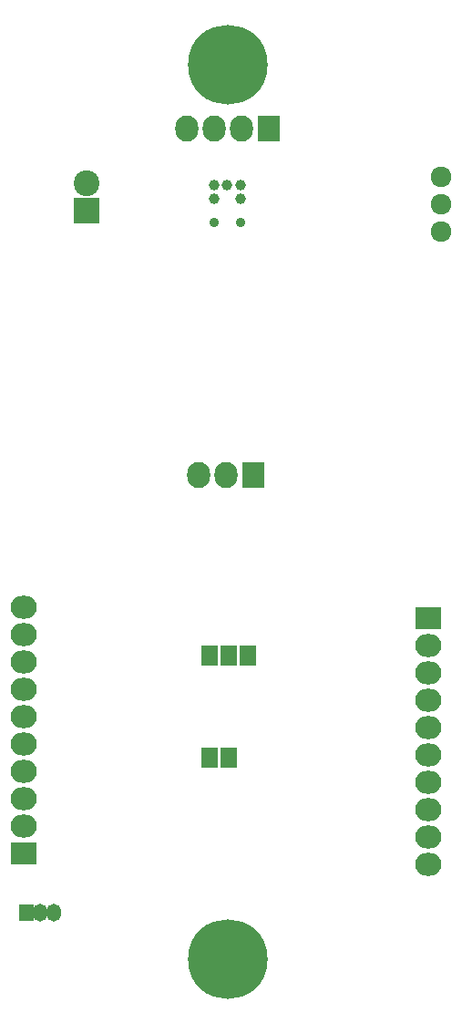
<source format=gbr>
G04 #@! TF.FileFunction,Soldermask,Bot*
%FSLAX46Y46*%
G04 Gerber Fmt 4.6, Leading zero omitted, Abs format (unit mm)*
G04 Created by KiCad (PCBNEW 201610091317+7290~55~ubuntu16.04.1-) date Sat Oct 15 14:53:22 2016*
%MOMM*%
%LPD*%
G01*
G04 APERTURE LIST*
%ADD10C,0.100000*%
%ADD11C,7.400000*%
%ADD12R,1.350000X1.650000*%
%ADD13O,1.350000X1.650000*%
%ADD14R,2.400000X2.400000*%
%ADD15C,2.400000*%
%ADD16C,0.900000*%
%ADD17C,1.000000*%
%ADD18R,1.500000X1.900000*%
%ADD19R,2.432000X2.127200*%
%ADD20O,2.432000X2.127200*%
%ADD21C,1.924000*%
%ADD22O,2.127200X2.432000*%
%ADD23R,2.127200X2.432000*%
G04 APERTURE END LIST*
D10*
D11*
X134239000Y-49022000D03*
X134239000Y-132080000D03*
D12*
X115570000Y-127762000D03*
D13*
X116820000Y-127762000D03*
X118070000Y-127762000D03*
D14*
X121158000Y-62611000D03*
D15*
X121158000Y-60071000D03*
D16*
X135444000Y-63668000D03*
X132944000Y-63668000D03*
D17*
X132969000Y-61468000D03*
X132944000Y-60268000D03*
X134194000Y-60268000D03*
X135444000Y-60268000D03*
X135394000Y-61468000D03*
D18*
X136144000Y-103886000D03*
X134340600Y-103886000D03*
X132537200Y-103886000D03*
X132537200Y-113385600D03*
X134340600Y-113385600D03*
D19*
X115316000Y-122301000D03*
D20*
X115316000Y-119761000D03*
X115316000Y-117221000D03*
X115316000Y-114681000D03*
X115316000Y-112141000D03*
X115316000Y-109601000D03*
X115316000Y-107061000D03*
X115316000Y-104521000D03*
X115316000Y-101981000D03*
X115316000Y-99441000D03*
D19*
X152908000Y-100457000D03*
D20*
X152908000Y-102997000D03*
X152908000Y-105537000D03*
X152908000Y-108077000D03*
X152908000Y-110617000D03*
X152908000Y-113157000D03*
X152908000Y-115697000D03*
X152908000Y-118237000D03*
X152908000Y-120777000D03*
X152908000Y-123317000D03*
D21*
X154051000Y-59436000D03*
X154051000Y-61976000D03*
X154051000Y-64516000D03*
D22*
X131572000Y-87122000D03*
X134112000Y-87122000D03*
D23*
X136652000Y-87122000D03*
X138049000Y-54991000D03*
D22*
X135509000Y-54991000D03*
X132969000Y-54991000D03*
X130429000Y-54991000D03*
M02*

</source>
